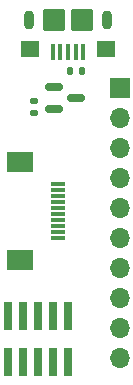
<source format=gts>
G04 #@! TF.GenerationSoftware,KiCad,Pcbnew,7.0.0-da2b9df05c~165~ubuntu22.04.1*
G04 #@! TF.CreationDate,2023-07-19T14:48:20+00:00*
G04 #@! TF.ProjectId,sensus-breakout,73656e73-7573-42d6-9272-65616b6f7574,rev?*
G04 #@! TF.SameCoordinates,Original*
G04 #@! TF.FileFunction,Soldermask,Top*
G04 #@! TF.FilePolarity,Negative*
%FSLAX46Y46*%
G04 Gerber Fmt 4.6, Leading zero omitted, Abs format (unit mm)*
G04 Created by KiCad (PCBNEW 7.0.0-da2b9df05c~165~ubuntu22.04.1) date 2023-07-19 14:48:20*
%MOMM*%
%LPD*%
G01*
G04 APERTURE LIST*
G04 Aperture macros list*
%AMRoundRect*
0 Rectangle with rounded corners*
0 $1 Rounding radius*
0 $2 $3 $4 $5 $6 $7 $8 $9 X,Y pos of 4 corners*
0 Add a 4 corners polygon primitive as box body*
4,1,4,$2,$3,$4,$5,$6,$7,$8,$9,$2,$3,0*
0 Add four circle primitives for the rounded corners*
1,1,$1+$1,$2,$3*
1,1,$1+$1,$4,$5*
1,1,$1+$1,$6,$7*
1,1,$1+$1,$8,$9*
0 Add four rect primitives between the rounded corners*
20,1,$1+$1,$2,$3,$4,$5,0*
20,1,$1+$1,$4,$5,$6,$7,0*
20,1,$1+$1,$6,$7,$8,$9,0*
20,1,$1+$1,$8,$9,$2,$3,0*%
G04 Aperture macros list end*
%ADD10RoundRect,0.140000X-0.140000X-0.170000X0.140000X-0.170000X0.140000X0.170000X-0.140000X0.170000X0*%
%ADD11RoundRect,0.140000X-0.170000X0.140000X-0.170000X-0.140000X0.170000X-0.140000X0.170000X0.140000X0*%
%ADD12R,0.740000X2.400000*%
%ADD13R,1.700000X1.700000*%
%ADD14O,1.700000X1.700000*%
%ADD15RoundRect,0.150000X-0.587500X-0.150000X0.587500X-0.150000X0.587500X0.150000X-0.587500X0.150000X0*%
%ADD16RoundRect,0.100000X0.100000X0.575000X-0.100000X0.575000X-0.100000X-0.575000X0.100000X-0.575000X0*%
%ADD17O,0.900000X1.600000*%
%ADD18RoundRect,0.250000X0.550000X0.450000X-0.550000X0.450000X-0.550000X-0.450000X0.550000X-0.450000X0*%
%ADD19RoundRect,0.250000X0.700000X0.700000X-0.700000X0.700000X-0.700000X-0.700000X0.700000X-0.700000X0*%
%ADD20R,1.300000X0.300000*%
%ADD21R,2.200000X1.800000*%
G04 APERTURE END LIST*
D10*
G04 #@! TO.C,C1*
X101588000Y-58539000D03*
X102548000Y-58539000D03*
G04 #@! TD*
D11*
G04 #@! TO.C,C2*
X98512000Y-61107000D03*
X98512000Y-62067000D03*
G04 #@! TD*
D12*
G04 #@! TO.C,J3*
X96265999Y-83147999D03*
X96265999Y-79247999D03*
X97535999Y-83147999D03*
X97535999Y-79247999D03*
X98805999Y-83147999D03*
X98805999Y-79247999D03*
X100075999Y-83147999D03*
X100075999Y-79247999D03*
X101345999Y-83147999D03*
X101345999Y-79247999D03*
G04 #@! TD*
D13*
G04 #@! TO.C,J2*
X105790999Y-59943999D03*
D14*
X105790999Y-62483999D03*
X105790999Y-65023999D03*
X105790999Y-67563999D03*
X105790999Y-70103999D03*
X105790999Y-72643999D03*
X105790999Y-75183999D03*
X105790999Y-77723999D03*
X105790999Y-80263999D03*
X105790999Y-82803999D03*
G04 #@! TD*
D15*
G04 #@! TO.C,U1*
X100193000Y-59875000D03*
X100193000Y-61775000D03*
X102068000Y-60825000D03*
G04 #@! TD*
D16*
G04 #@! TO.C,J5*
X102676000Y-56896000D03*
X102026000Y-56896000D03*
X101376000Y-56896000D03*
X100726000Y-56896000D03*
X100076000Y-56896000D03*
D17*
X104675999Y-54220999D03*
D18*
X104576000Y-56671000D03*
D19*
X102576000Y-54221000D03*
X100176000Y-54221000D03*
D18*
X98176000Y-56671000D03*
D17*
X98075999Y-54220999D03*
G04 #@! TD*
D20*
G04 #@! TO.C,J1*
X100531999Y-68148998D03*
X100531999Y-68648998D03*
X100531999Y-69148998D03*
X100531999Y-69648998D03*
X100531999Y-70148998D03*
X100531999Y-70648998D03*
X100531999Y-71148998D03*
X100531999Y-71648998D03*
X100531999Y-72148998D03*
X100531999Y-72648998D03*
D21*
X97281999Y-66248998D03*
X97281999Y-74548998D03*
G04 #@! TD*
M02*

</source>
